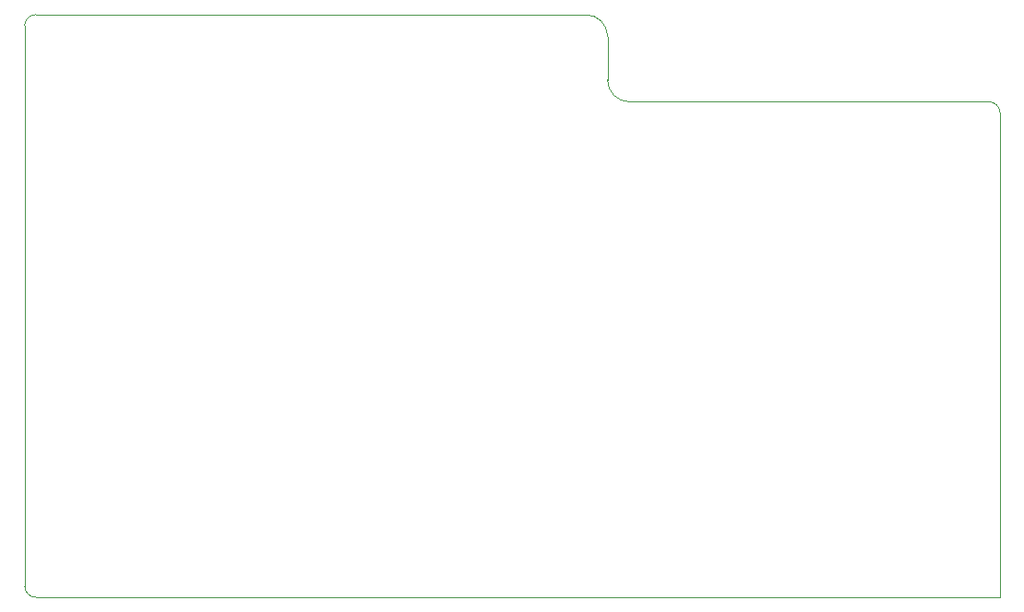
<source format=gbr>
%TF.GenerationSoftware,KiCad,Pcbnew,9.0.4*%
%TF.CreationDate,2025-09-02T02:13:18+05:30*%
%TF.ProjectId,ESP32 project,45535033-3220-4707-926f-6a6563742e6b,rev?*%
%TF.SameCoordinates,Original*%
%TF.FileFunction,Profile,NP*%
%FSLAX46Y46*%
G04 Gerber Fmt 4.6, Leading zero omitted, Abs format (unit mm)*
G04 Created by KiCad (PCBNEW 9.0.4) date 2025-09-02 02:13:18*
%MOMM*%
%LPD*%
G01*
G04 APERTURE LIST*
%TA.AperFunction,Profile*%
%ADD10C,0.050000*%
%TD*%
G04 APERTURE END LIST*
D10*
X134000000Y-126000000D02*
G75*
G02*
X133000000Y-125000000I0J1000000D01*
G01*
X188500000Y-80500000D02*
G75*
G02*
X186500000Y-78500000I0J2000000D01*
G01*
X186500000Y-78500000D02*
X186500000Y-74500000D01*
X134000000Y-126002525D02*
X222500000Y-126002525D01*
X201500000Y-80500000D02*
X188500000Y-80500000D01*
X184500000Y-72500000D02*
G75*
G02*
X186500000Y-74500000I0J-2000000D01*
G01*
X221500000Y-80500000D02*
G75*
G02*
X222500000Y-81500000I0J-1000000D01*
G01*
X184500000Y-72500000D02*
X152900000Y-72500000D01*
X221500000Y-80500000D02*
X201500000Y-80500000D01*
X222500000Y-126002525D02*
X222500000Y-126002525D01*
X133000000Y-73500000D02*
G75*
G02*
X134000000Y-72500000I1000000J0D01*
G01*
X133000000Y-73500000D02*
X133000000Y-125000000D01*
X152900000Y-72500000D02*
X134000000Y-72500000D01*
X222500000Y-126002525D02*
X222500000Y-81500000D01*
M02*

</source>
